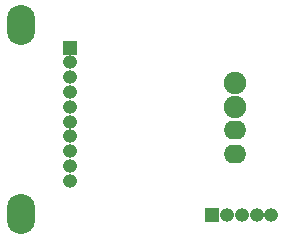
<source format=gbr>
G04 #@! TF.FileFunction,Soldermask,Bot*
%FSLAX46Y46*%
G04 Gerber Fmt 4.6, Leading zero omitted, Abs format (unit mm)*
G04 Created by KiCad (PCBNEW 4.0.2+dfsg1-stable) date 2018年07月27日 15時19分14秒*
%MOMM*%
G01*
G04 APERTURE LIST*
%ADD10C,0.100000*%
%ADD11O,1.900000X1.600000*%
%ADD12C,1.900000*%
%ADD13R,1.200000X1.200000*%
%ADD14O,1.200000X1.200000*%
%ADD15O,2.400000X3.400000*%
G04 APERTURE END LIST*
D10*
D11*
X116085600Y-84244800D03*
X116085600Y-82244800D03*
D12*
X116085600Y-80244800D03*
X116085600Y-78244800D03*
D13*
X102085600Y-75244800D03*
D14*
X102085600Y-76494800D03*
X102085600Y-77744800D03*
X102085600Y-78994800D03*
X102085600Y-80244800D03*
X102085600Y-81494800D03*
X102085600Y-82744800D03*
X102085600Y-83994800D03*
X102085600Y-85244800D03*
X102085600Y-86494800D03*
D13*
X114185600Y-89444800D03*
D14*
X115435600Y-89444800D03*
X116685600Y-89444800D03*
X117935600Y-89444800D03*
X119185600Y-89444800D03*
D15*
X97975600Y-73339800D03*
X97975600Y-89339800D03*
M02*

</source>
